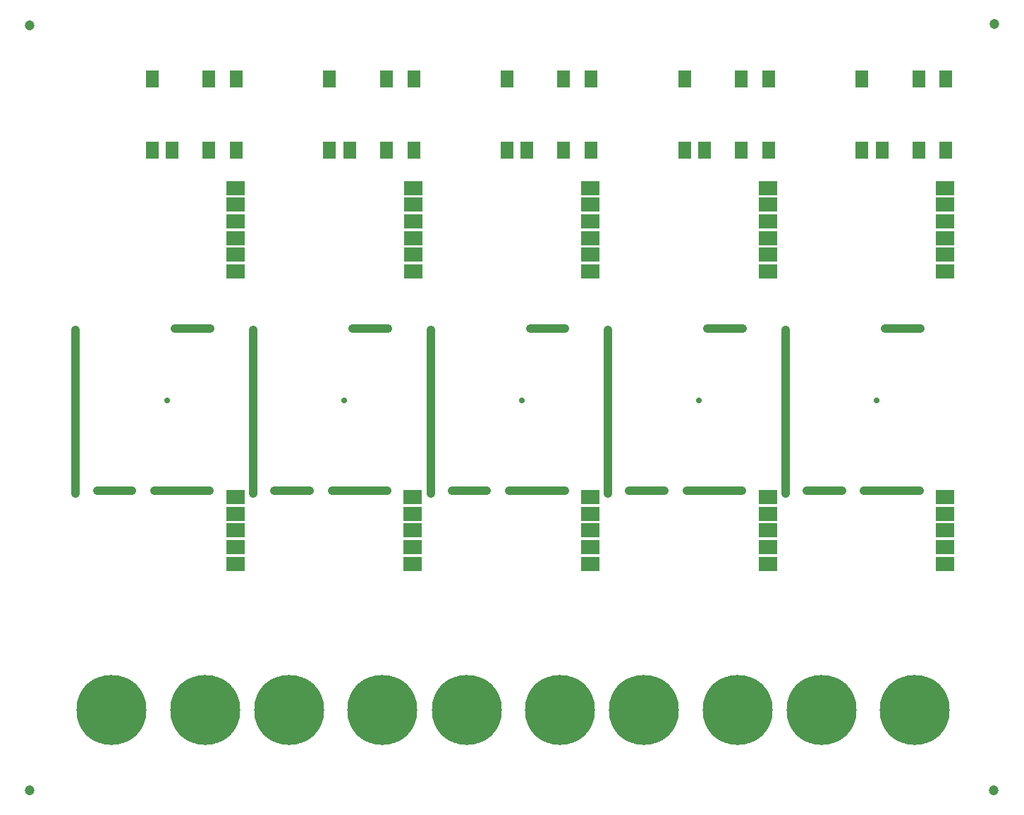
<source format=gts>
G04*
G04 #@! TF.GenerationSoftware,Altium Limited,Altium Designer,19.1.8 (144)*
G04*
G04 Layer_Color=8388736*
%FSAX25Y25*%
%MOIN*%
G70*
G01*
G75*
%ADD10C,0.03937*%
%ADD73R,0.08674X0.06706*%
%ADD74R,0.05918X0.07887*%
%ADD75C,0.33084*%
%ADD76C,0.04737*%
%ADD77C,0.02769*%
D10*
X0179252Y0262087D02*
X0205354D01*
X0152095Y0262205D02*
X0168670D01*
X0142047Y0260718D02*
Y0338189D01*
X0189055Y0338780D02*
X0205630D01*
X0263110Y0262087D02*
X0289213D01*
X0235954Y0262205D02*
X0252529D01*
X0225906Y0260718D02*
Y0338189D01*
X0272914Y0338780D02*
X0289488D01*
X0346969Y0262087D02*
X0373071D01*
X0319812Y0262205D02*
X0336387D01*
X0309764Y0260718D02*
Y0338189D01*
X0356772Y0338780D02*
X0373347D01*
X0430827Y0262087D02*
X0456929D01*
X0403670Y0262205D02*
X0420245D01*
X0393622Y0260718D02*
Y0338189D01*
X0440630Y0338780D02*
X0457205D01*
X0514685Y0262087D02*
X0540788D01*
X0487529Y0262205D02*
X0504104D01*
X0477481Y0260718D02*
Y0338189D01*
X0524488Y0338780D02*
X0541063D01*
D73*
X0217492Y0259114D02*
D03*
Y0251240D02*
D03*
Y0243366D02*
D03*
Y0227618D02*
D03*
Y0235492D02*
D03*
X0217559Y0381654D02*
D03*
Y0365906D02*
D03*
Y0373780D02*
D03*
Y0389528D02*
D03*
Y0397402D02*
D03*
Y0405276D02*
D03*
X0301350Y0259114D02*
D03*
Y0251240D02*
D03*
Y0243366D02*
D03*
Y0227618D02*
D03*
Y0235492D02*
D03*
X0301417Y0381654D02*
D03*
Y0365906D02*
D03*
Y0373780D02*
D03*
Y0389528D02*
D03*
Y0397402D02*
D03*
Y0405276D02*
D03*
X0385208Y0259114D02*
D03*
Y0251240D02*
D03*
Y0243366D02*
D03*
Y0227618D02*
D03*
Y0235492D02*
D03*
X0385276Y0381654D02*
D03*
Y0365906D02*
D03*
Y0373780D02*
D03*
Y0389528D02*
D03*
Y0397402D02*
D03*
Y0405276D02*
D03*
X0469066Y0259114D02*
D03*
Y0251240D02*
D03*
Y0243366D02*
D03*
Y0227618D02*
D03*
Y0235492D02*
D03*
X0469134Y0381654D02*
D03*
Y0365906D02*
D03*
Y0373780D02*
D03*
Y0389528D02*
D03*
Y0397402D02*
D03*
Y0405276D02*
D03*
X0552925Y0259114D02*
D03*
Y0251240D02*
D03*
Y0243366D02*
D03*
Y0227618D02*
D03*
Y0235492D02*
D03*
X0552992Y0381654D02*
D03*
Y0365906D02*
D03*
Y0373780D02*
D03*
Y0389528D02*
D03*
Y0397402D02*
D03*
Y0405276D02*
D03*
D74*
X0178189Y0423110D02*
D03*
X0187638D02*
D03*
X0204961D02*
D03*
X0217953D02*
D03*
X0178189Y0456969D02*
D03*
X0217953D02*
D03*
X0204961D02*
D03*
X0262047Y0423110D02*
D03*
X0271496D02*
D03*
X0288819D02*
D03*
X0301811D02*
D03*
X0262047Y0456969D02*
D03*
X0301811D02*
D03*
X0288819D02*
D03*
X0345906Y0423110D02*
D03*
X0355354D02*
D03*
X0372677D02*
D03*
X0385669D02*
D03*
X0345906Y0456969D02*
D03*
X0385669D02*
D03*
X0372677D02*
D03*
X0429764Y0423110D02*
D03*
X0439213D02*
D03*
X0456536D02*
D03*
X0469528D02*
D03*
X0429764Y0456969D02*
D03*
X0469528D02*
D03*
X0456536D02*
D03*
X0513622Y0423110D02*
D03*
X0523071D02*
D03*
X0540394D02*
D03*
X0553386D02*
D03*
X0513622Y0456969D02*
D03*
X0553386D02*
D03*
X0540394D02*
D03*
D75*
X0203150Y0158622D02*
D03*
X0159055D02*
D03*
X0287008D02*
D03*
X0242914D02*
D03*
X0370866D02*
D03*
X0326772D02*
D03*
X0454725D02*
D03*
X0410630D02*
D03*
X0538583D02*
D03*
X0494488D02*
D03*
D76*
X0120276Y0120394D02*
D03*
X0575984D02*
D03*
X0576299Y0482835D02*
D03*
X0120118Y0482323D02*
D03*
D77*
X0185138Y0304882D02*
D03*
X0268996D02*
D03*
X0352854D02*
D03*
X0436713D02*
D03*
X0520571D02*
D03*
M02*

</source>
